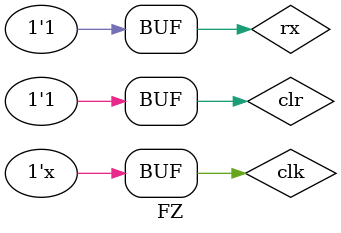
<source format=v>
`timescale 1ns / 1ps


module FZ(

    );    
    wire[7:0] sw;
    wire [7:0] douta;
    wire d2clk;
    wire [7:0]position;
    wire [6:0]a_to_g0;
    wire [6:0]s1a_to_g0;
    wire [6:0]a_to_g1;
    wire div_frequency;
    wire point5;
    wire [6:0]S0,S1,S2,S3;
    wire [31:0]fre;
    wire u1clk;

 //¡£¡£¡£¡£¡£¡£¡£Ê±ÖÓ¡£¡£¡£¡£¡£¡£¡£¡£¡£  
  reg clk,clr; 
    initial begin
    clk=0;clr=0;
    #2 clr=1;
    end
    always@(*)#5 clk<=~clk;
 //¡£¡£¡£¡£¡£¡£¡£¡£¡£¡£¡£¡£¡£¡£¡£¡£¡£¡£
   reg rx;
//wire [31:0] message;
//wire [13:0]cnt_clk;
//assign cnt_clk=t1.bt.r1.cnt_clk;
//    wire [15:0] m_axis_data_tdata;
//    wire  m_axis_data_tvalid;
//    Top_module t1(
//    .pause(0),
//    .rx(rx),
//    .clk(clk),
//    .clr(clr),
//    .a_to_g0(a_to_g0),
//    .a_to_g1(a_to_g1),
//    .mode(3'b010),  
//    .point5(point5),
//    .SW(8'b00000100),
//     .position(position),
//     .douta(douta)

//    );
//    wire [31:0]timeclkcnt;
//    assign timeclkcnt=t1.s1.tim1.clk_cnt;
//    wire [31:0]message_mid;
//    assign message_mid=t1.bt.r1.message_mid;
//    wire [3:0]cnt_message;
//    assign cnt_message=t1.bt.r1.cnt_message;
//    wire r_start;
//    assign r_start=t1.bt.r1.r_start;
//    wire over;
//    assign over=t1.bt.r1.over;
//    assign message=t1.bt.r1.message;
//    wire [13:0]cnt_clk2;
//    assign cnt_clk2=t1.bt.r1.cnt_clk2;
//     wire [5:0]move;
//     assign move=t1.bt.r1.move;
//    wire [31:0] fre_Hz_low;
//    assign fre_Hz_low=t1.c2.fre_Hz_low;
//    wire [31:0]clk_count;
//    assign clk_count=t1.c2.clk_count;
//    wire [31:0]clk_count_parameter;
//    assign clk_count_parameter=t1.c2.clk_count_parameter;
//    wire record_flag;
//    assign record_flag=t1.c2.record_flag;
//    wire [31:0]clk_count_pre;
//    assign clk_count_pre=t1.c2.clk_count_pre;
//    wire [31:0]clk_count_pre_pre;
//    assign clk_count_pre_pre=t1.c2.clk_count_pre_pre;
//    wire [31:0]B4_BCD;
//    assign B4_BCD=t1.s1.B4_BCD;
//    wire [31:0]B5_BCD;
//    assign B5_BCD=t1.B5.BCD;
//    wire [31:0]time_cnt;
//    assign time_cnt=t1.s1.time_cnt;
//     wire [31:0]fre_Hz;
//     assign  fre_Hz=t1.c1.fre_Hz;
//          wire [31:0]fre_Hz_T;
//         assign  fre_Hz_T=t1.fre_Hz; 
//wire [31:0]ulk_count;
//assign ulk_count=t1.c1.ulk_count;
//wire [31:0]clk_count;
//assign clk_count=t1.c1.clk_count;
//wire converse_flag;
//assign converse_flag=t1.c1.converse_flag;
//wire [31:0]clk_count_pre;
//assign clk_count_pre=t1.c1.clk_count_pre;
//   wire [31:0] f;
//   assign f=t1.s1.f;
//   wire [31:0] BCD;
//   assign BCD=t1.s1.B2.BCD;
//   wire ulk;
//   assign ulk=t1.s1.olk;
//   wire [3:0]BCD41;
//   assign BCD41=t1.s1.BCD41;
//   wire [6:0]ss3;
//   assign ss3=t1.s1.ss3;
//        wire [31:0] fre_out;
// wire [31:0]ulk_count;
// wire [31:0]clk_count;
// wire converse_flag;
// wire [31:0]clk_count_pre;
// assign converse_flag=t1.c1.converse_flag;
//assign d2clk=t1.d2.div_frequency;
//assign clk_count_pre=t1.c1.clk_count_pre;
//assign fre_out=t1.c1.fre_out;
//assign fre=t1.c1.fre;
//assign u1clk=t1.u1.ulk;
//assign ulk_count=t1.c1.ulk_count;
//assign clk_count=t1.c1.clk_count;
//assign div_frequency=t1.d1.div_frequency;



//assign t3=t1.s1.t3;
//wire [6:0]seg_output;
//wire [4:0]seg;
//assign seg_output=t1.s1.mode1_0.seg_output;
//assign seg=t1.s1.mode1_0.seg7;
//    wire [31:0]w;
//    assign w=t1.B2.BCD;
//    assign f=t1.B2.f;
//    assign sw0=t1.B2.SW[0];
//    assign sw1=t1.B2.SW[1];
//    assign sw2=t1.B2.SW[2];
//    assign sw3=t1.B2.SW[3];
//    assign sw4=t1.B2.SW[4];
//    assign sw5=t1.B2.SW[5];
//    assign sw6=t1.B2.SW[6];
//    assign sw7=t1.B2.SW[7];
    initial begin
    #200000 rx=0;
         #104166  rx=1;
         #104166 rx=1;
          #104166 rx=1;
          #104166 rx=1;
           #104166 rx=1;
              #104166 rx=1;
           #104166 rx=1;
            #104166 rx=1;
        #104166 rx=1;
  #200000 rx=0;
         #104166  rx=0;
         #104166 rx=0;
          #104166 rx=0;
          #104166 rx=0;
           #104166 rx=0;
              #104166 rx=0;
           #104166 rx=0;
            #104166 rx=0;
        #104166 rx=1;
       
         #200000 rx=0;
         #104166  rx=0;
         #104166 rx=0;
          #104166 rx=0;
          #104166 rx=0;
           #104166 rx=0;
              #104166 rx=0;
           #104166 rx=0;
            #104166 rx=0;
        #104166 rx=1;
          #200000 rx=0;
         #104166  rx=0;
         #104166 rx=0;
          #104166 rx=0;
          #104166 rx=0;
           #104166 rx=0;
              #104166 rx=0;
           #104166 rx=0;
            #104166 rx=0;
        #104166 rx=1;
       
        
    end
    
    
    
    
endmodule

</source>
